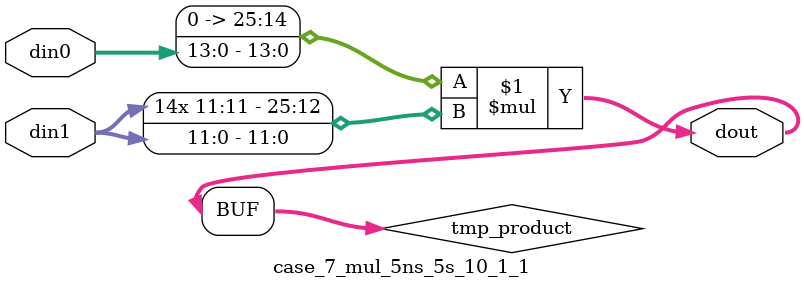
<source format=v>

`timescale 1 ns / 1 ps

 (* use_dsp = "no" *)  module case_7_mul_5ns_5s_10_1_1(din0, din1, dout);
parameter ID = 1;
parameter NUM_STAGE = 0;
parameter din0_WIDTH = 14;
parameter din1_WIDTH = 12;
parameter dout_WIDTH = 26;

input [din0_WIDTH - 1 : 0] din0; 
input [din1_WIDTH - 1 : 0] din1; 
output [dout_WIDTH - 1 : 0] dout;

wire signed [dout_WIDTH - 1 : 0] tmp_product;

























assign tmp_product = $signed({1'b0, din0}) * $signed(din1);










assign dout = tmp_product;





















endmodule

</source>
